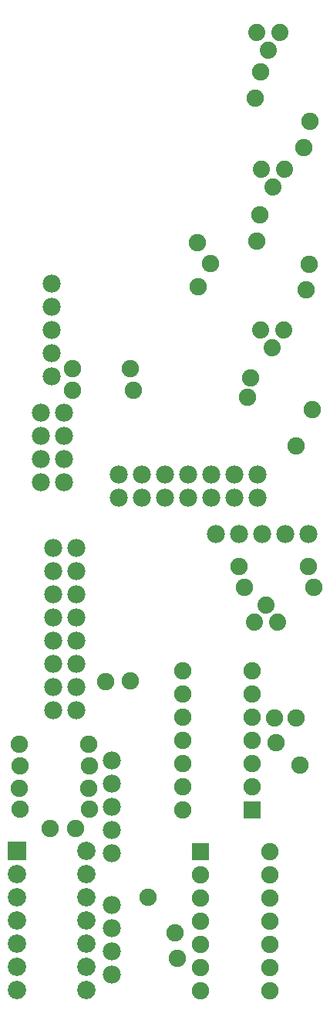
<source format=gtl>
G04 MADE WITH FRITZING*
G04 WWW.FRITZING.ORG*
G04 DOUBLE SIDED*
G04 HOLES PLATED*
G04 CONTOUR ON CENTER OF CONTOUR VECTOR*
%ASAXBY*%
%FSLAX23Y23*%
%MOIN*%
%OFA0B0*%
%SFA1.0B1.0*%
%ADD10C,0.075000*%
%ADD11C,0.078000*%
%ADD12C,0.079370*%
%ADD13C,0.074000*%
%ADD14R,0.079370X0.079370*%
%ADD15R,0.075000X0.075000*%
%LNCOPPER1*%
G90*
G70*
G54D10*
X781Y300D03*
X1294Y1336D03*
G54D11*
X237Y3210D03*
X237Y3110D03*
X237Y3010D03*
X237Y2910D03*
X237Y2810D03*
X528Y2285D03*
X628Y2285D03*
X728Y2285D03*
X828Y2285D03*
X928Y2285D03*
X1028Y2285D03*
X1128Y2285D03*
X528Y2285D03*
X628Y2285D03*
X728Y2285D03*
X828Y2285D03*
X928Y2285D03*
X1028Y2285D03*
X1128Y2285D03*
X1128Y2385D03*
X1028Y2385D03*
X928Y2385D03*
X828Y2385D03*
X728Y2385D03*
X628Y2385D03*
X528Y2385D03*
G54D10*
X330Y2841D03*
X580Y2841D03*
X328Y2748D03*
X593Y2748D03*
G54D11*
X245Y2069D03*
X245Y1969D03*
X245Y1869D03*
X245Y1769D03*
X245Y1669D03*
X245Y1569D03*
X245Y1469D03*
X245Y1369D03*
X245Y2069D03*
X245Y1969D03*
X245Y1869D03*
X245Y1769D03*
X245Y1669D03*
X245Y1569D03*
X245Y1469D03*
X245Y1369D03*
X345Y1369D03*
X345Y1469D03*
X345Y1569D03*
X345Y1669D03*
X345Y1769D03*
X345Y1869D03*
X345Y1969D03*
X345Y2069D03*
G54D12*
X89Y762D03*
X389Y762D03*
X89Y662D03*
X389Y662D03*
X89Y562D03*
X389Y562D03*
X89Y462D03*
X389Y462D03*
X89Y362D03*
X389Y362D03*
X89Y262D03*
X389Y262D03*
X89Y162D03*
X389Y162D03*
G54D11*
X292Y2351D03*
X292Y2451D03*
X292Y2551D03*
X292Y2651D03*
X292Y2351D03*
X292Y2451D03*
X292Y2551D03*
X292Y2651D03*
X192Y2651D03*
X192Y2551D03*
X192Y2451D03*
X192Y2351D03*
G54D10*
X577Y1494D03*
X341Y857D03*
G54D13*
X1226Y4291D03*
X1176Y4216D03*
X1126Y4291D03*
X1226Y4291D03*
X1176Y4216D03*
X1126Y4291D03*
X1244Y3701D03*
X1194Y3626D03*
X1144Y3701D03*
X1244Y3701D03*
X1194Y3626D03*
X1144Y3701D03*
G54D10*
X1208Y1230D03*
X772Y407D03*
G54D13*
X1116Y1747D03*
X1166Y1822D03*
X1216Y1747D03*
X1116Y1747D03*
X1166Y1822D03*
X1216Y1747D03*
G54D10*
X873Y3194D03*
X656Y561D03*
G54D13*
X1242Y3007D03*
X1192Y2932D03*
X1142Y3007D03*
X1242Y3007D03*
X1192Y2932D03*
X1142Y3007D03*
G54D10*
X926Y3294D03*
X1313Y1132D03*
X1329Y3796D03*
X1117Y4008D03*
X870Y3384D03*
X1203Y1335D03*
X1337Y3181D03*
X1124Y3393D03*
X232Y859D03*
X472Y1493D03*
X1350Y1989D03*
X1050Y1989D03*
X1296Y2507D03*
X1084Y2719D03*
X1143Y4121D03*
X1355Y3909D03*
X1140Y3504D03*
X1352Y3291D03*
X1071Y1900D03*
X1371Y1900D03*
X1099Y2802D03*
X1366Y2664D03*
X403Y943D03*
X103Y943D03*
X399Y1031D03*
X99Y1031D03*
X401Y1129D03*
X101Y1129D03*
X398Y1223D03*
X98Y1223D03*
X1106Y937D03*
X806Y937D03*
X1106Y1037D03*
X806Y1037D03*
X1106Y1137D03*
X806Y1137D03*
X1106Y1237D03*
X806Y1237D03*
X1106Y1337D03*
X806Y1337D03*
X1106Y1437D03*
X806Y1437D03*
X1106Y1537D03*
X806Y1537D03*
X882Y758D03*
X1182Y758D03*
X882Y658D03*
X1182Y658D03*
X882Y558D03*
X1182Y558D03*
X882Y458D03*
X1182Y458D03*
X882Y358D03*
X1182Y358D03*
X882Y258D03*
X1182Y258D03*
X882Y158D03*
X1182Y158D03*
G54D11*
X497Y228D03*
X497Y328D03*
X497Y428D03*
X497Y528D03*
X947Y2128D03*
X1047Y2128D03*
X1147Y2128D03*
X1247Y2128D03*
X1347Y2128D03*
X497Y753D03*
X497Y853D03*
X497Y953D03*
X497Y1053D03*
X497Y1153D03*
G54D14*
X89Y762D03*
G54D15*
X1106Y937D03*
X882Y758D03*
G04 End of Copper1*
M02*
</source>
